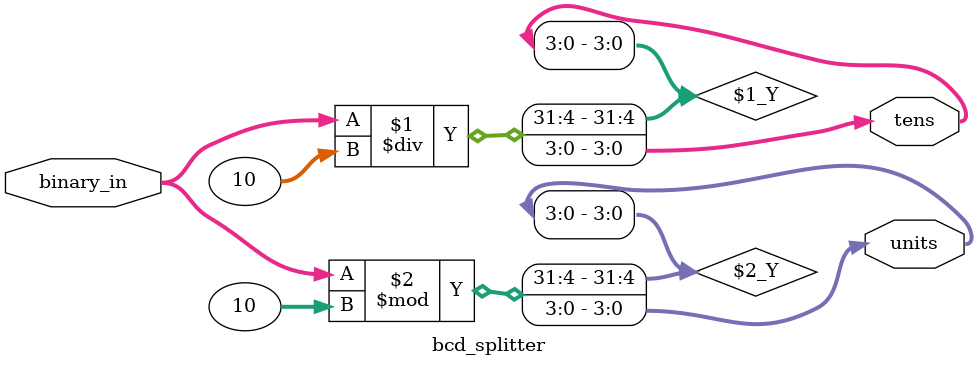
<source format=v>
module bcd_splitter (
	binary_in,
	tens,
	units
);
	input wire [5:0] binary_in;
	output wire [3:0] tens;
	output wire [3:0] units;
	assign tens = binary_in / 10;
	assign units = binary_in % 10;
endmodule

</source>
